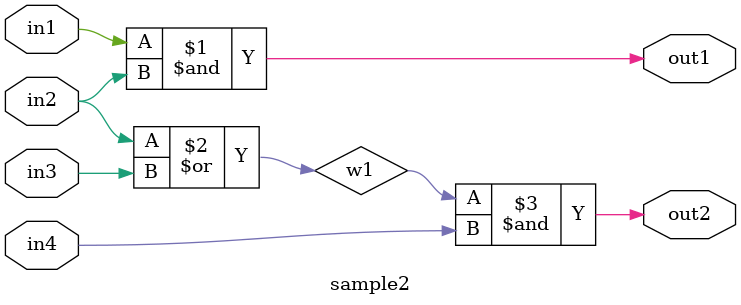
<source format=v>
module sample2(in1, in2, in3, in4, out1, out2);

input in1, in2, in3, in4;
output out1, out2;
wire w1;

and AND1 (out1, in1, in2);
or OR1 (w1, in2, in3);
and AND2 (out2, w1, in4);

endmodule

</source>
